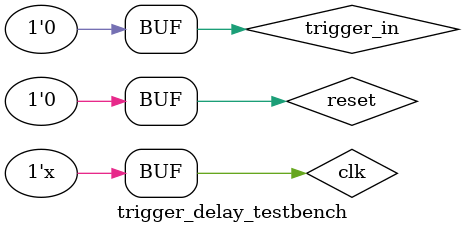
<source format=v>
/******************************************************************************
 * Trigger Delay
 * IN  trigger
 * IN  clock
 * OUT delayed_trigger
 * PARAM TRIGGER_DELAY
 *****************************************************************************/
 
 
module trigger_delay(clk, reset, trigger_in, trigger_out);

	input               clk;

	input 				  reset;

	input					  trigger_in;
	output reg			  trigger_out;

	parameter TRIGGER_DELAY = 180;

	reg			triggered;
	reg [7:0]	counter;

	always @(posedge clk)
	begin

		if(reset)
		begin

			counter <= 0;
			triggered <= 0;
			trigger_out <= 0;
		
		end
		
		else if(triggered)
		begin

			// Subtract 1 to account for register delay
			if(counter == (TRIGGER_DELAY - 1))
			begin

				trigger_out <= 1;

			end
			else
			begin

				counter <= counter + 1;

			end

		end
		
		else if(trigger_in)
		begin

			triggered <= 1;

		end

	end

endmodule

module trigger_delay_testbench();


	reg clk, reset, trigger_in;
	wire trigger_out;

	parameter stim_delay = 10;

	
	trigger_delay #(.TRIGGER_DELAY(3)) DUT(clk, reset, trigger_in, trigger_out);

	initial
	begin

		// Start with module in reset
		reset = 1; trigger_in = 0; clk = 0;

		#(stim_delay) ;
		#(stim_delay) ;
		#(stim_delay) reset = 0;
		#(stim_delay) ;
		#(stim_delay) ;
		#(stim_delay) ;
		#(stim_delay) trigger_in = 1;
		#(stim_delay) ;
		#(stim_delay) trigger_in = 0;
		#(stim_delay) ;
		#(stim_delay) ;
		#(stim_delay) ;
		#(stim_delay) ;
		#(stim_delay) ;
		#(stim_delay) ;
		#(stim_delay) reset = 1;
		#(stim_delay) reset = 0;
		#(stim_delay) ;
		#(stim_delay) ;
		
	end

	// Setup clock toggles
	always 
	begin
		#5  clk =  !clk; 
	end


endmodule
</source>
